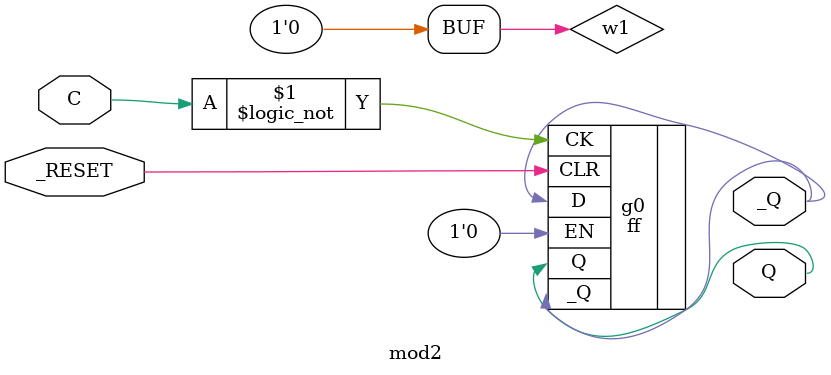
<source format=v>

module mod12;    //: root_module
supply0 w3;    //: /sn:0 /dp:1 {0}(596,-1)(582,-1){1}
//: {2}(578,-1)(562,-1){3}
//: {4}(558,-1)(542,-1)(542,9){5}
//: {6}(560,1)(560,29)(579,29){7}
//: {8}(583,29)(596,29){9}
//: {10}(581,27)(581,19)(596,19){11}
//: {12}(580,1)(580,9)(596,9){13}
supply0 w12;    //: /sn:0 {0}(479,390)(479,368){1}
wire w6;    //: /sn:0 {0}(554,187)(549,187){1}
wire w7;    //: /sn:0 /dp:1 {0}(500,352)(540,352){1}
//: {2}(544,352)(554,352)(554,299){3}
//: {4}(542,354)(542,379){5}
wire bit2;    //: /sn:0 /dp:3 {0}(453,143)(469,143){1}
//: {2}(471,141)(471,51){3}
//: {4}(473,49)(596,49){5}
//: {6}(471,47)(471,18){7}
//: {8}(471,145)(471,167)(481,167){9}
wire bit3;    //: /sn:0 /dp:2 {0}(596,39)(559,39)(559,100){1}
//: {2}(557,102)(493,102)(493,18){3}
//: {4}(559,104)(559,141){5}
//: {6}(557,143)(549,143){7}
//: {8}(559,145)(559,211)(550,211)(550,278){9}
wire w4;    //: /sn:0 {0}(345,347)(362,347){1}
//: {2}(366,347)(377,347)(377,323){3}
//: {4}(364,349)(364,414)(489,414)(489,368){5}
wire w15;    //: /sn:0 {0}(367,187)(357,187){1}
wire [7:0] dec;    //: /sn:0 /dp:1 {0}(646,13)(646,34)(602,34){1}
wire w0;    //: /sn:0 {0}(468,357)(400,357)(400,349){1}
//: {2}(400,345)(400,270){3}
//: {4}(398,347)(382,347)(382,323){5}
wire wejscie;    //: /dp:1 {0}(484,336)(484,289)(125,289)(125,169){1}
//: {2}(125,165)(125,148)(134,148){3}
//: {4}(123,167)(105,167){5}
wire w1;    //: /sn:0 {0}(267,187)(261,187){1}
wire bit1;    //: /sn:0 /dp:5 {0}(385,167)(377,167){1}
//: {2}(375,165)(375,145){3}
//: {4}(375,141)(375,61){5}
//: {6}(377,59)(596,59){7}
//: {8}(375,57)(375,36)(451,36)(451,18){9}
//: {10}(373,143)(357,143){11}
//: {12}(375,169)(375,226)(554,226)(554,278){13}
wire w2;    //: /sn:0 {0}(463,187)(453,187){1}
wire w10;    //: /sn:0 {0}(229,206)(229,249)(323,249){1}
//: {2}(327,249)(378,249){3}
//: {4}(382,249)(419,249){5}
//: {6}(423,249)(517,249)(517,206){7}
//: {8}(421,247)(421,206){9}
//: {10}(380,251)(380,276){11}
//: {12}(378,278)(360,278)(360,269){13}
//: {14}(380,280)(380,302){15}
//: {16}(325,247)(325,206){17}
wire w5;    //: /sn:0 {0}(468,347)(459,347){1}
wire w9;    //: /sn:0 {0}(150,148)(172,148)(172,167)(193,167){1}
wire bit0;    //: /sn:0 /dp:4 {0}(289,167)(281,167){1}
//: {2}(279,165)(279,145){3}
//: {4}(279,141)(279,71){5}
//: {6}(281,69)(596,69){7}
//: {8}(279,67)(279,28)(431,28)(431,18){9}
//: {10}(277,143)(261,143){11}
//: {12}(279,169)(279,238)(557,238)(557,278){13}
//: enddecls

  //: joint g4 (bit0) @(279, 143) /w:[ -1 4 10 3 ]
  led g8 (.I(bit1));   //: @(451,11) /sn:0 /w:[ 9 ] /type:0
  led g37 (.I(w10));   //: @(360,262) /sn:0 /w:[ 13 ] /type:0
  //: joint g3 (w10) @(380, 278) /w:[ -1 11 12 14 ]
  //: joint g13 (bit2) @(471, 49) /w:[ 4 6 -1 3 ]
  //: joint g2 (w10) @(380, 249) /w:[ 4 -1 3 10 ]
  //: joint g1 (w10) @(325, 249) /w:[ 2 16 1 -1 ]
  led g11 (.I(bit2));   //: @(471,11) /sn:0 /w:[ 7 ] /type:0
  //: joint g16 (bit3) @(559, 102) /w:[ -1 1 2 4 ]
  //: joint g28 (w7) @(542, 352) /w:[ 2 -1 1 4 ]
  led g10 (.I(bit0));   //: @(431,11) /sn:0 /w:[ 9 ] /type:0
  led g27 (.I(w7));   //: @(542,386) /sn:0 /R:2 /w:[ 5 ] /type:0
  //: joint g19 (bit0) @(279, 167) /w:[ 1 2 -1 12 ]
  //: joint g32 (w3) @(580, -1) /w:[ 1 -1 2 12 ]
  //: joint g6 (bit2) @(471, 143) /w:[ -1 2 1 8 ]
  //: joint g7 (bit0) @(279, 69) /w:[ 6 8 -1 5 ]
  //: joint g9 (bit1) @(375, 59) /w:[ 6 8 -1 5 ]
  nor g20 (.I0(w4), .I1(w0), .Z(w10));   //: @(380,312) /sn:0 /R:1 /delay:" 1" /w:[ 3 5 15 ]
  //: joint g31 (w3) @(560, -1) /w:[ 3 -1 4 6 ]
  led g15 (.I(bit3));   //: @(493,11) /sn:0 /w:[ 3 ] /type:0
  mod2 g39 (.C(w9), ._RESET(w10), ._Q(w1), .Q(bit0));   //: @(194, 127) /sz:(66, 78) /sn:0 /p:[ Li0>1 Bi0>0 Ro0<1 Ro1<11 ]
  mod2 g43 (.C(bit1), ._RESET(w10), .Q(bit2), ._Q(w2));   //: @(386, 127) /sz:(66, 78) /sn:0 /p:[ Li0>0 Bi0>9 Ro0<0 Ro1<1 ]
  //: joint g25 (wejscie) @(125, 167) /w:[ -1 2 4 1 ]
  buf g29 (.I(wejscie), .Z(w9));   //: @(140,148) /sn:0 /delay:" 5" /w:[ 3 0 ]
  //: joint g17 (bit3) @(559, 143) /w:[ -1 5 6 8 ]
  //: supply0 g42 (w3) @(542,15) /sn:0 /w:[ 5 ]
  and g14 (.I0(bit3), .I1(bit1), .I2(bit0), .Z(w7));   //: @(554,289) /sn:0 /R:3 /delay:" 1" /w:[ 9 13 13 3 ] /eb:0
  //: joint g5 (bit1) @(375, 143) /w:[ -1 4 10 3 ]
  mod2 g44 (.C(bit2), ._RESET(w10), .Q(bit3), ._Q(w6));   //: @(482, 127) /sz:(66, 78) /sn:0 /p:[ Li0>9 Bi0>7 Ro0<7 Ro1<1 ]
  concat g24 (.I0(bit0), .I1(bit1), .I2(bit2), .I3(bit3), .I4(w3), .I5(w3), .I6(w3), .I7(w3), .Z(dec));   //: @(601,34) /sn:0 /w:[ 7 7 5 0 9 11 13 0 1 ] /dr:0
  //: joint g21 (bit1) @(375, 167) /w:[ 1 2 -1 12 ]
  //: supply0 g23 (w12) @(479,396) /sn:0 /w:[ 0 ]
  led g41 (.I(dec));   //: @(646,6) /sn:0 /w:[ 0 ] /type:2
  mod2 g40 (.C(bit0), ._RESET(w10), .Q(bit1), ._Q(w15));   //: @(290, 127) /sz:(66, 78) /sn:0 /p:[ Li0>0 Bi0>17 Ro0<11 Ro1<1 ]
  //: joint g26 (w4) @(364, 347) /w:[ 2 -1 1 4 ]
  ff g22 (.Q(w0), ._Q(w5), .D(w7), .EN(w12), .CLR(!w4), .CK(!wejscie));   //: @(484,352) /sn:0 /R:2 /tech:unit /w:[ 0 0 0 1 5 0 ]
  led g35 (.I(w0));   //: @(400,263) /sn:0 /w:[ 3 ] /type:0
  //: joint g0 (w10) @(421, 249) /w:[ 6 8 5 -1 ]
  //: joint g18 (w0) @(400, 347) /w:[ -1 2 4 1 ]
  //: switch reset (w4) @(328,347) /w:[ 0 ] /st:0
  clock g12 (.Z(wejscie));   //: @(92,167) /sn:0 /w:[ 5 ] /omega:200 /phi:0 /duty:50
  //: joint g33 (w3) @(581, 29) /w:[ 8 10 7 -1 ]

endmodule

module mod2(C, _RESET, _Q, Q);
//: interface  /sz:(66, 78) /bd:[ Li0>C(40/78) Bi0>_RESET(35/66) Ro0<_Q(60/78) Ro1<Q(16/78) ]
input _RESET;    //: /sn:0 {0}(242,79)(242,132){1}
output Q;    //: /sn:0 {0}(263,143)(327,143){1}
output _Q;    //: /sn:0 {0}(326,164)(296,164){1}
//: {2}(294,162)(294,153)(263,153){3}
//: {4}(294,166)(294,193)(204,193)(204,148)(231,148){5}
supply0 w1;    //: /sn:0 {0}(222,130)(222,124)(252,124)(252,132){1}
input C;    //: /sn:0 {0}(139,174)(247,174)(247,164){1}
//: enddecls

  //: input g4 (C) @(137,174) /sn:0 /w:[ 0 ]
  //: supply0 g13 (w1) @(222,136) /sn:0 /w:[ 0 ]
  //: frame g2 @(192,118) /sn:0 /wi:115 /ht:82 /tx:""
  //: joint g1 (_Q) @(294, 164) /w:[ 1 2 -1 4 ]
  //: input g11 (_RESET) @(242,77) /sn:0 /R:3 /w:[ 0 ]
  //: output g7 (_Q) @(323,164) /sn:0 /w:[ 0 ]
  //: output g9 (Q) @(324,143) /sn:0 /w:[ 1 ]
  ff g0 (.Q(Q), ._Q(_Q), .D(_Q), .EN(w1), .CLR(_RESET), .CK(!C));   //: @(247,148) /sn:0 /tech:unit /w:[ 0 3 5 1 1 1 ]
  //: comment g12 /dolink:0 /link:"" @(108,32) /sn:0
  //: /line:"JK flip-flop with asserted ones at J and K."
  //: /end

endmodule

</source>
